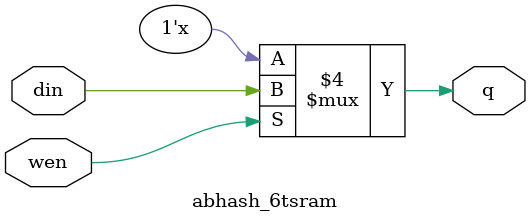
<source format=v>
module abhash_6tsram(din,wen,q);
input din, wen; //din->input data; wen->word line enable
output reg q;
always @(din, wen) begin
	if(wen==1'b1) 	
		q = din;
end
endmodule
</source>
